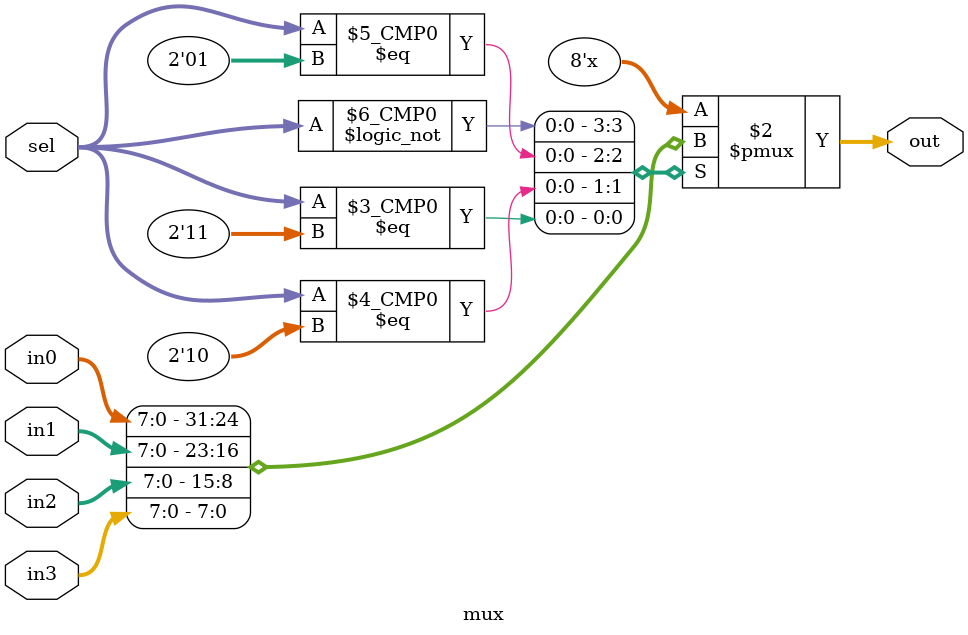
<source format=sv>

module mux
#(
    parameter BW = 8
)
(
    input logic [BW-1:0] in0,
    input logic [BW-1:0] in1,
    input logic [BW-1:0] in2,
    input logic [BW-1:0] in3,
    input logic [1:0] sel,
    output logic [BW-1:0] out
);
    always_comb begin
        case (sel)
            2'b00: out = in0;
            2'b01: out = in1;
            2'b10: out = in2;
            2'b11: out = in3;
            default: out = '0;
        endcase
    end
endmodule

</source>
